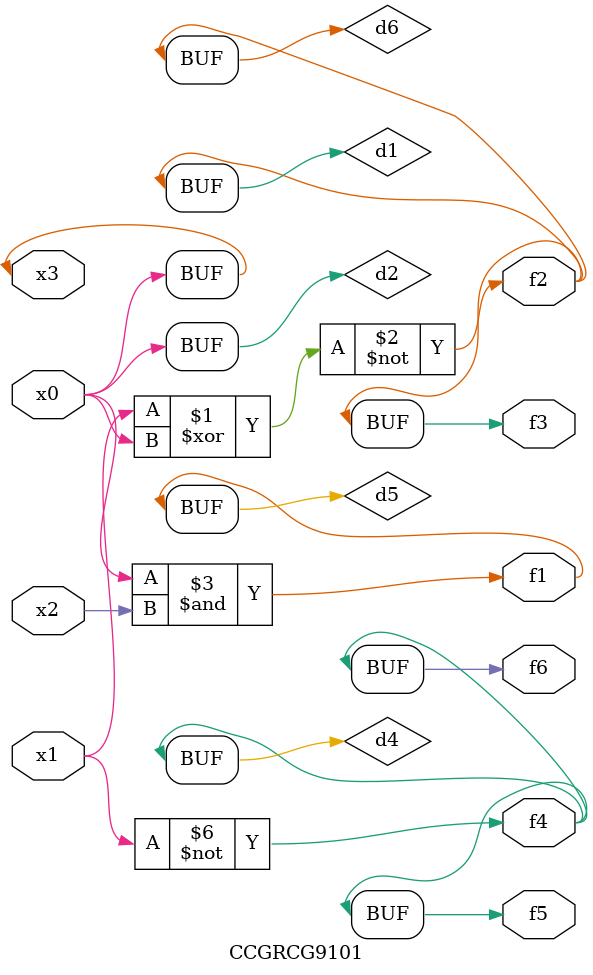
<source format=v>
module CCGRCG9101(
	input x0, x1, x2, x3,
	output f1, f2, f3, f4, f5, f6
);

	wire d1, d2, d3, d4, d5, d6;

	xnor (d1, x1, x3);
	buf (d2, x0, x3);
	nand (d3, x0, x2);
	not (d4, x1);
	nand (d5, d3);
	or (d6, d1);
	assign f1 = d5;
	assign f2 = d6;
	assign f3 = d6;
	assign f4 = d4;
	assign f5 = d4;
	assign f6 = d4;
endmodule

</source>
